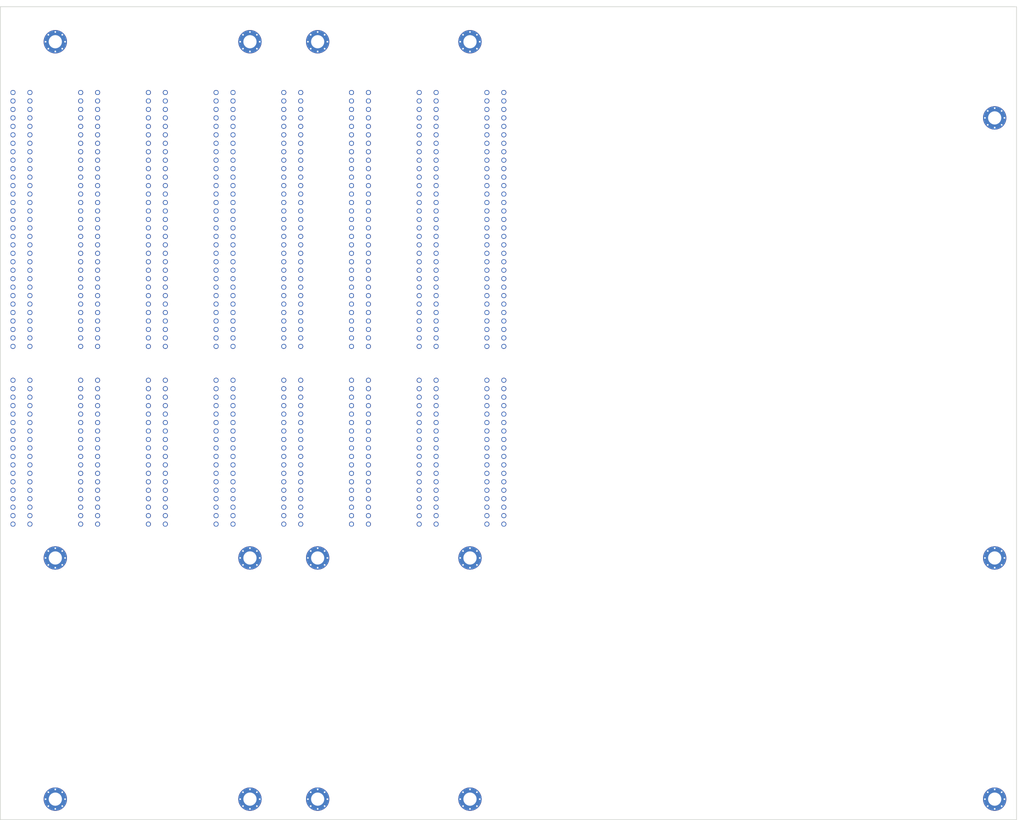
<source format=kicad_pcb>
(kicad_pcb (version 20240108) (generator "pcbnew") (generator_version "8.0")
  (footprint "16bISA" (layer "F.Cu") (at 132.0752 15.24 0))
  (footprint "16bISA" (layer "F.Cu") (at 111.7552 15.24 0))
  (footprint "16bISA" (layer "F.Cu") (at 91.4352 15.24 0))
  (footprint "16bISA" (layer "F.Cu") (at 71.1152 15.24 0))
  (footprint "16bISA" (layer "F.Cu") (at 50.7952 15.24 0))
  (footprint "16bISA" (layer "F.Cu") (at 30.4752 15.24 0))
  (footprint "16bISA" (layer "F.Cu") (at 10.1552 15.24 0))
  (footprint "16bISA" (layer "F.Cu") (at -10.1648 15.24 0))
  (footprint "HOLE" (layer "F.Cu") (at 0 0 0))
  (footprint "HOLE" (layer "F.Cu") (at 58.42 0 0))
  (footprint "HOLE" (layer "F.Cu") (at 78.74 0 0))
  (footprint "HOLE" (layer "F.Cu") (at 124.46 0 0))
  (footprint "HOLE" (layer "F.Cu") (at 281.94 22.86 0))
  (footprint "HOLE" (layer "F.Cu") (at 0 154.94 0))
  (footprint "HOLE" (layer "F.Cu") (at 58.42 154.94 0))
  (footprint "HOLE" (layer "F.Cu") (at 78.74 154.94 0))
  (footprint "HOLE" (layer "F.Cu") (at 124.46 154.94 0))
  (footprint "HOLE" (layer "F.Cu") (at 281.94 154.94 0))
  (footprint "HOLE" (layer "F.Cu") (at 0 227.33 0))
  (footprint "HOLE" (layer "F.Cu") (at 58.42 227.33 0))
  (footprint "HOLE" (layer "F.Cu") (at 78.74 227.33 0))
  (footprint "HOLE" (layer "F.Cu") (at 124.46 227.33 0))
  (footprint "HOLE" (layer "F.Cu") (at 281.94 227.33 0))
  (gr_rect (start 288.5 -10.5) (end -16.5 233.5) (stroke (width 0.2)) (fill none) (layer "Edge.Cuts"))
)
</source>
